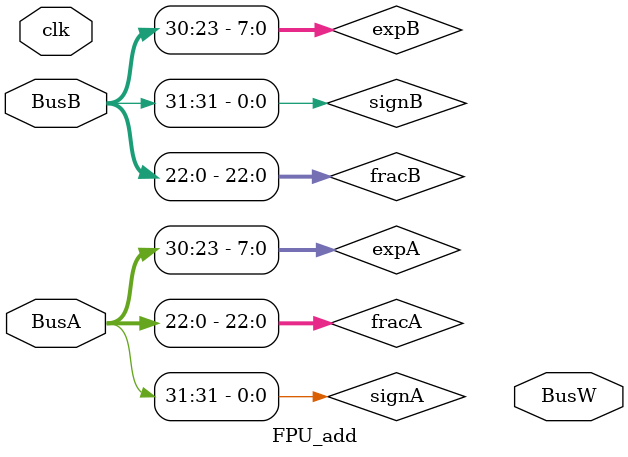
<source format=v>
`timescale 1ns / 1ps

`include "2To1Mux_23b.v"
`include "2To1Mux_8b.v"
`include "ALU_8b.v"
`include "ALU_23b.v"
`include "BitShifter.v"
`include "FPUAddController.v"

module FPU_add(BusW, BusA, BusB, clk);
    output wire [31:0] BusW;
    input wire [31:0] BusA, BusB;
    input wire clk;

    wire [7:0] ex0MuxOut;
    wire [7:0] ex1MuxOut;
    wire [7:0] sALUOut;
    wire [7:0] exRoundOut;
    wire [7:0] expDiffCtrl;
    wire [22:0] muxAOut;
    wire [22:0] muxBOut;
    wire [22:0] bALUOut;
    wire [22:0] bALUMux;
    wire [22:0] muxARShiftOut;
    wire [22:0] bALUMuxOut;
    wire [22:0] fracRoundOut;

    // Control Hardware
    wire ex0MuxCtrl;
    wire ex1MuxCtrl;
    wire muxActrl;
    wire muxBctrl;
    wire [7:0] muxARshiftctrl;
    wire bALUMuxCtrl;
    wire bALUshiftctrl;
    wire exincdecctrl;
    wire roundingctrl;
    wire expMuxCtrl;

    wire signA;
    wire signB;

    wire [7:0] expA;
    wire [7:0] expB;

    wire [22:0] fracA;
    wire [22:0] fracB;

    assign signA = BusA[31];
    assign signB = BusB[31];

    assign expA = BusA[30:23];
    assign expB = BusB[30:23];

    assign fracA = BusA[22:0];
    assign fracB = BusB[22:0];

    // Control logic
    FPUAddController FPUAddController(
        .ex0MuxCtrl(ex0MuxCtrl), .ex1MuxCtrl(ex1MuxCtrl), .muxActrl(muxActrl), 
        .muxBctrl(muxBctrl), .muxARshiftctrl(muxARshiftctrl), .bALUMuxCtrl(bALUMuxCtrl), 
        .bALUshiftctrl(bALUshiftctrl), .exincdecctrl(exincdecctrl), .roundingctrl(roundingctrl), 
        .expMuxCtrl(expMuxCtrl), .expDiffCtrl(expDiffCtrl), .bALUOut(bALUOut), .fracRoundOut(fracRoundOut)
    );

    // Addition logic
    ALU_8b smallALU(
        .BusW(sALUOut), .BusA(expA), .BusB(expB), .ALUCtrl(4'b0110), .Clk(clk)
    );

    assign expdiffctrl = sALUOut; // Fix to not be negative

    Mux2to1_8b muxEx0(
        .out(ex0MuxOut), .in1(expA), .in2(expB), .ctrl(ex0MuxCtrl)
    );

    Mux2to1_8b muxEx1(
        .out(ex1MuxOut), .in1(ex0MuxOut), .in2(exRoundOut), .ctrl(ex1MuxCtrl)
    );

    // Increment/Decrement.

    Mux2to1_23b muxA(
        .out(muxAOut), .in1(fracA), .in2(fracB), .ctrl(muxActrl)
    );

    Mux2to1_23b muxB(
        .out(muxBOut), .in1(fracA), .in2(fracB), .ctrl(muxBctrl)
    );

    BitShifter rightShift(
        .out(muxARShiftOut), .in(muxAOut), .shift_value(muxARshiftctrl), .shift_dir(1'b1), .clk(clk)
    );

    ALU_23b bigALU(
        .BusW(bALUOut), .BusA(muxARShiftOut), .BusB(muxBOut), .ALUCtrl(4'b0010), .Clk(clk)
    );

    Mux2to1_23b MUxbALUOut(
        .out(bALUMuxOut), .in1(bALUOut), .in2(fracRoundOut), .ctrl(bALUMuxCtrl)
    );

    // Bit shifter here.
endmodule
</source>
